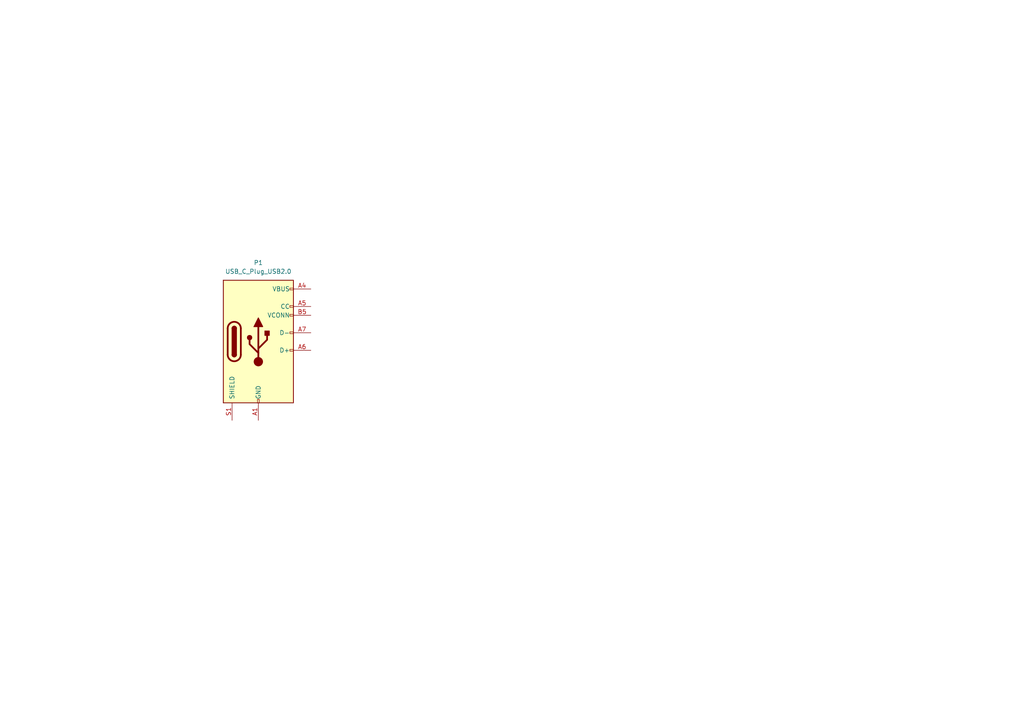
<source format=kicad_sch>
(kicad_sch (version 20231120) (generator "eeschema") (generator_version "8.0")
  (paper "A4")
  (title_block (date "2025-04-03") (rev "0.1") (company "Sounds Like Tim"))
  (lib_symbols
    (symbol "Connector:USB_C_Plug_USB2.0" (pin_names (offset 1.016))
      (property "Reference" "P" (at -10.16 19.05 0))
      (property "Value" "USB_C_Plug_USB2.0" (at 12.7 19.05 0))
      (symbol "USB_C_Plug_USB2.0_0_0"
        (rectangle (start -0.254 -17.78) (end 0.254 -16.764))
        (rectangle (start 10.16 -2.286) (end 9.144 -2.794))
        (rectangle (start 10.16 2.794) (end 9.144 2.286))
        (rectangle (start 10.16 7.874) (end 9.144 7.366))
        (rectangle (start 10.16 10.414) (end 9.144 9.906))
        (rectangle (start 10.16 15.494) (end 9.144 14.986))
      )
      (symbol "USB_C_Plug_USB2.0_0_1"
        (rectangle (start -10.16 17.78) (end 10.16 -17.78) (stroke (width 0.254)) (fill (type background)))
        (arc (start -8.89 -3.81) (mid -6.985 -5.7067) (end -5.08 -3.81) (stroke (width 0.508)))
        (arc (start -7.62 -3.81) (mid -6.985 -4.4423) (end -6.35 -3.81) (stroke (width 0.254)))
        (arc (start -7.62 -3.81) (mid -6.985 -4.4423) (end -6.35 -3.81) (stroke (width 0.254)) (fill (type outline)))
        (rectangle (start -7.62 -3.81) (end -6.35 3.81) (stroke (width 0.254)) (fill (type outline)))
        (arc (start -6.35 3.81) (mid -6.985 4.4423) (end -7.62 3.81) (stroke (width 0.254)))
        (arc (start -6.35 3.81) (mid -6.985 4.4423) (end -7.62 3.81) (stroke (width 0.254)) (fill (type outline)))
        (arc (start -5.08 3.81) (mid -6.985 5.7067) (end -8.89 3.81) (stroke (width 0.508)))
        (circle (center -2.54 1.143) (radius 0.635) (stroke (width 0.254)) (fill (type outline)))
        (circle (center 0 -5.842) (radius 1.27) (fill (type outline)))
        (polyline (pts (xy -8.89 -3.81) (xy -8.89 3.81)) (stroke (width 0.508)))
        (polyline (pts (xy -5.08 3.81) (xy -5.08 -3.81)) (stroke (width 0.508)))
        (polyline (pts (xy 0 -5.842) (xy 0 4.318)) (stroke (width 0.508)))
        (polyline (pts (xy 0 -3.302) (xy -2.54 -0.762) (xy -2.54 0.508)) (stroke (width 0.508)))
        (polyline (pts (xy 0 -2.032) (xy 2.54 0.508) (xy 2.54 1.778)) (stroke (width 0.508)))
        (polyline (pts (xy -1.27 4.318) (xy 0 6.858) (xy 1.27 4.318) (xy -1.27 4.318)) (stroke (width 0.254)) (fill (type outline)))
        (rectangle (start 1.905 1.778) (end 3.175 3.048) (stroke (width 0.254)) (fill (type outline)))
      )
      (symbol "USB_C_Plug_USB2.0_1_1"
        (pin passive line (at 0 -22.86 90) (length 5.08) (name "GND") (number "A1"))
        (pin passive line (at 0 -22.86 90) (length 5.08) hide (name "GND") (number "A12"))
        (pin passive line (at 15.24 15.24 180) (length 5.08) (name "VBUS") (number "A4"))
        (pin bidirectional line (at 15.24 10.16 180) (length 5.08) (name "CC") (number "A5"))
        (pin bidirectional line (at 15.24 -2.54 180) (length 5.08) (name "D+") (number "A6"))
        (pin bidirectional line (at 15.24 2.54 180) (length 5.08) (name "D-") (number "A7"))
        (pin passive line (at 15.24 15.24 180) (length 5.08) hide (name "VBUS") (number "A9"))
        (pin passive line (at 0 -22.86 90) (length 5.08) hide (name "GND") (number "B1"))
        (pin passive line (at 0 -22.86 90) (length 5.08) hide (name "GND") (number "B12"))
        (pin passive line (at 15.24 15.24 180) (length 5.08) hide (name "VBUS") (number "B4"))
        (pin bidirectional line (at 15.24 7.62 180) (length 5.08) (name "VCONN") (number "B5"))
        (pin passive line (at 15.24 15.24 180) (length 5.08) hide (name "VBUS") (number "B9"))
        (pin passive line (at -7.62 -22.86 90) (length 5.08) (name "SHIELD") (number "S1"))
      )
    )
  )
  (symbol (lib_id "Connector:USB_C_Plug_USB2.0") (at 74.93 99.06 0) (unit 1)
    (property "Reference" "P1" (at 74.93 76.2 0))
    (property "Value" "USB_C_Plug_USB2.0" (at 74.93 78.74 0))
    (property "Datasheet" "https://www.usb.org/sites/default/files/documents/usb_type-c.zip" (effects (hide yes)))
    (property "Description" "USB 2.0-only Type-C Plug connector" (effects (hide yes)))
  )
)
</source>
